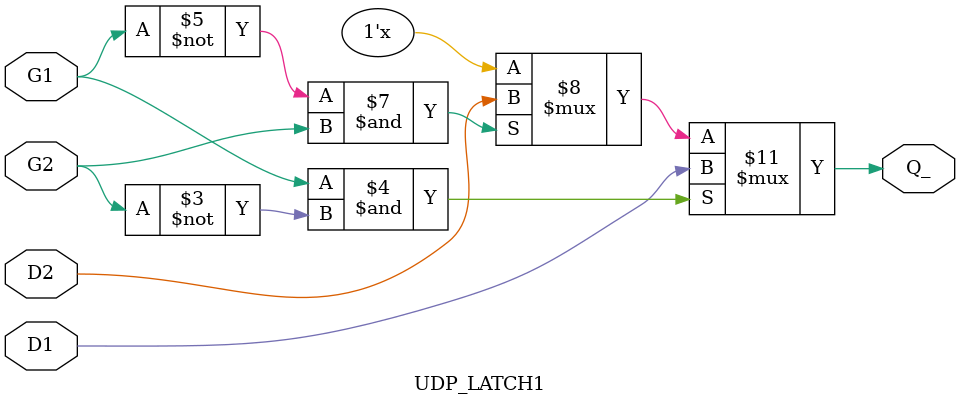
<source format=v>
module UDP_LATCH1(Q_, G1,G2, D1,D2);
output Q_; 
input  G1, G2, D1, D2;
       reg Q_;
always @ (G1 or G2 or D1 or D2) begin
       if ((G1==1) & (G2==0))     Q_ <= #1 D1;
       else if ((G1==0) & (G2==1))     Q_ <= #1 D2;
end
endmodule
</source>
